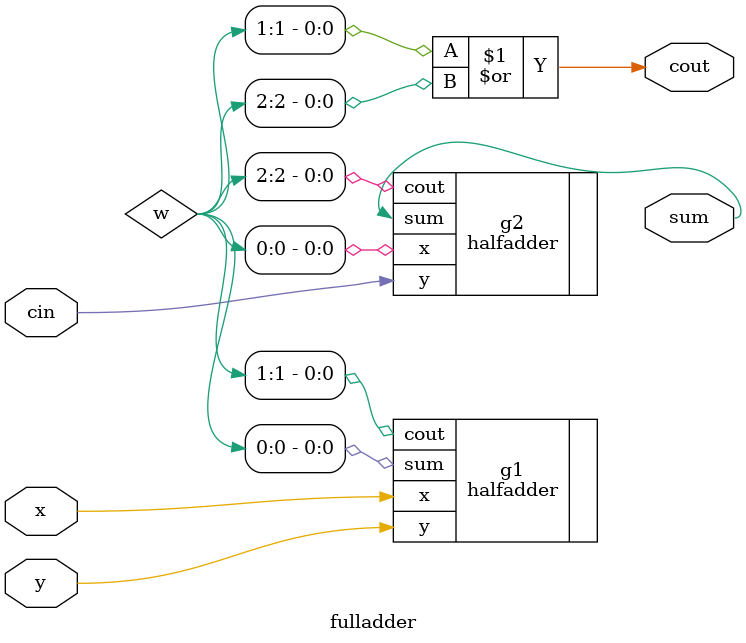
<source format=v>
`timescale 1ns / 1ps
module fulladder(sum, cout, x, y, cin);
    output sum;
    output cout;
    input x;
    input y;
    input cin;
	 wire [2:0]w;
	 halfadder g1(.sum(w[0]),.cout(w[1]),.x(x),.y(y));
	 halfadder g2(.sum(sum),.cout(w[2]),.x(w[0]),.y(cin));
	 or g3(cout,w[1],w[2]);
endmodule

</source>
